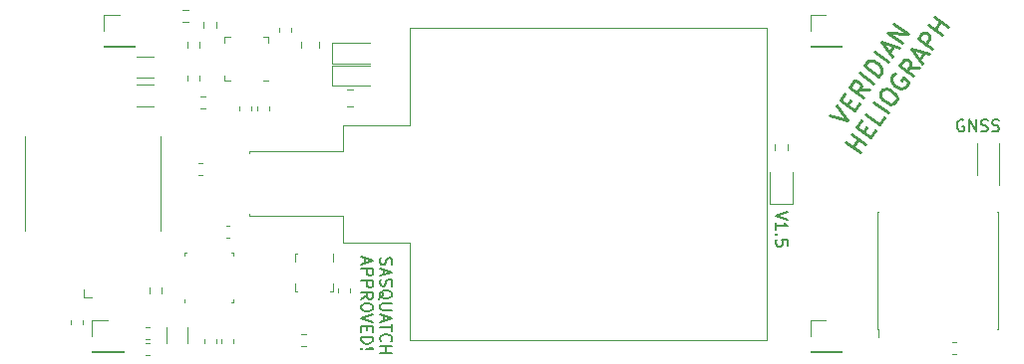
<source format=gbr>
%TF.GenerationSoftware,KiCad,Pcbnew,(6.0.2)*%
%TF.CreationDate,2022-05-15T09:33:53-06:00*%
%TF.ProjectId,SolarGPS,536f6c61-7247-4505-932e-6b696361645f,rev?*%
%TF.SameCoordinates,Original*%
%TF.FileFunction,Legend,Top*%
%TF.FilePolarity,Positive*%
%FSLAX46Y46*%
G04 Gerber Fmt 4.6, Leading zero omitted, Abs format (unit mm)*
G04 Created by KiCad (PCBNEW (6.0.2)) date 2022-05-15 09:33:53*
%MOMM*%
%LPD*%
G01*
G04 APERTURE LIST*
%ADD10C,0.150000*%
%ADD11C,0.250000*%
%ADD12C,0.180000*%
%ADD13C,0.120000*%
G04 APERTURE END LIST*
D10*
X111747619Y-67376190D02*
X110747619Y-67709523D01*
X111747619Y-68042857D01*
X110747619Y-68900000D02*
X110747619Y-68328571D01*
X110747619Y-68614285D02*
X111747619Y-68614285D01*
X111604761Y-68519047D01*
X111509523Y-68423809D01*
X111461904Y-68328571D01*
X110842857Y-69328571D02*
X110795238Y-69376190D01*
X110747619Y-69328571D01*
X110795238Y-69280952D01*
X110842857Y-69328571D01*
X110747619Y-69328571D01*
X111747619Y-70280952D02*
X111747619Y-69804761D01*
X111271428Y-69757142D01*
X111319047Y-69804761D01*
X111366666Y-69900000D01*
X111366666Y-70138095D01*
X111319047Y-70233333D01*
X111271428Y-70280952D01*
X111176190Y-70328571D01*
X110938095Y-70328571D01*
X110842857Y-70280952D01*
X110795238Y-70233333D01*
X110747619Y-70138095D01*
X110747619Y-69900000D01*
X110795238Y-69804761D01*
X110842857Y-69757142D01*
D11*
X115344783Y-59153823D02*
X116860299Y-59604612D01*
X115918359Y-58334671D01*
X116790256Y-58334793D02*
X117077044Y-57925217D01*
X117843573Y-58200351D02*
X117433876Y-58785460D01*
X116205147Y-57925095D01*
X116614845Y-57339987D01*
X118703938Y-56971623D02*
X117832041Y-56971502D01*
X118212301Y-57673754D02*
X116983573Y-56813389D01*
X117311331Y-56345302D01*
X117451781Y-56269250D01*
X117551262Y-56251709D01*
X117709253Y-56275138D01*
X117884786Y-56398047D01*
X117960838Y-56538497D01*
X117978379Y-56637978D01*
X117954950Y-56795969D01*
X117627192Y-57264056D01*
X119072665Y-56445026D02*
X117843937Y-55584661D01*
X119482363Y-55859917D02*
X118253635Y-54999552D01*
X118458483Y-54706998D01*
X118639904Y-54572435D01*
X118838865Y-54537353D01*
X118996856Y-54560782D01*
X119271869Y-54666150D01*
X119447402Y-54789059D01*
X119640476Y-55011449D01*
X119716528Y-55151899D01*
X119751610Y-55350860D01*
X119687212Y-55567363D01*
X119482363Y-55859917D01*
X120342727Y-54631189D02*
X119113999Y-53770824D01*
X120360390Y-53858773D02*
X120770087Y-53273664D01*
X120629516Y-54221613D02*
X119687576Y-52951672D01*
X121203092Y-53402461D01*
X121489880Y-52992885D02*
X120261152Y-52132520D01*
X121981517Y-52290754D01*
X120752789Y-51430390D01*
X117896247Y-62335549D02*
X116667519Y-61475184D01*
X117252628Y-61884882D02*
X117744264Y-61182751D01*
X118387884Y-61633418D02*
X117159156Y-60773054D01*
X118153962Y-60597643D02*
X118440750Y-60188067D01*
X119207279Y-60463201D02*
X118797581Y-61048310D01*
X117568853Y-60187945D01*
X117978551Y-59602837D01*
X119985704Y-59351495D02*
X119576007Y-59936604D01*
X118347278Y-59076239D01*
X120272492Y-58941919D02*
X119043764Y-58081554D01*
X119617341Y-57262402D02*
X119781220Y-57028359D01*
X119921670Y-56952307D01*
X120120631Y-56917225D01*
X120395644Y-57022593D01*
X120805220Y-57309381D01*
X120998294Y-57531771D01*
X121033376Y-57730732D01*
X121009948Y-57888723D01*
X120846069Y-58122767D01*
X120705618Y-58198819D01*
X120506657Y-58233901D01*
X120231644Y-58128533D01*
X119822068Y-57841745D01*
X119628994Y-57619355D01*
X119593912Y-57420394D01*
X119617341Y-57262402D01*
X120863974Y-55606557D02*
X120723524Y-55682609D01*
X120600614Y-55858142D01*
X120536216Y-56074644D01*
X120571298Y-56273605D01*
X120647350Y-56414055D01*
X120840424Y-56636445D01*
X121015957Y-56759355D01*
X121290970Y-56864723D01*
X121448961Y-56888151D01*
X121647922Y-56853069D01*
X121829343Y-56718506D01*
X121911282Y-56601484D01*
X121975680Y-56384982D01*
X121958139Y-56285502D01*
X121548563Y-55998713D01*
X121384684Y-56232757D01*
X122935526Y-55138713D02*
X122063629Y-55138592D01*
X122443889Y-55840843D02*
X121215161Y-54980479D01*
X121542919Y-54512392D01*
X121683369Y-54436340D01*
X121782850Y-54418799D01*
X121940841Y-54442227D01*
X122116374Y-54565137D01*
X122192426Y-54705587D01*
X122209967Y-54805068D01*
X122186538Y-54963059D01*
X121858780Y-55431146D01*
X122912218Y-54424808D02*
X123321916Y-53839699D01*
X123181344Y-54787648D02*
X122239404Y-53517707D01*
X123754921Y-53968496D01*
X124041709Y-53558920D02*
X122812981Y-52698555D01*
X123140739Y-52230468D01*
X123281189Y-52154416D01*
X123380670Y-52136875D01*
X123538661Y-52160304D01*
X123714194Y-52283213D01*
X123790246Y-52423663D01*
X123807787Y-52523144D01*
X123784358Y-52681135D01*
X123456600Y-53149222D01*
X124902073Y-52330192D02*
X123673345Y-51469827D01*
X124258454Y-51879524D02*
X124750091Y-51177394D01*
X125393710Y-51628061D02*
X124164982Y-50767697D01*
D10*
X77200238Y-71337976D02*
X77152619Y-71480833D01*
X77152619Y-71718928D01*
X77200238Y-71814166D01*
X77247857Y-71861785D01*
X77343095Y-71909404D01*
X77438333Y-71909404D01*
X77533571Y-71861785D01*
X77581190Y-71814166D01*
X77628809Y-71718928D01*
X77676428Y-71528452D01*
X77724047Y-71433214D01*
X77771666Y-71385595D01*
X77866904Y-71337976D01*
X77962142Y-71337976D01*
X78057380Y-71385595D01*
X78105000Y-71433214D01*
X78152619Y-71528452D01*
X78152619Y-71766547D01*
X78105000Y-71909404D01*
X77438333Y-72290357D02*
X77438333Y-72766547D01*
X77152619Y-72195119D02*
X78152619Y-72528452D01*
X77152619Y-72861785D01*
X77200238Y-73147500D02*
X77152619Y-73290357D01*
X77152619Y-73528452D01*
X77200238Y-73623690D01*
X77247857Y-73671309D01*
X77343095Y-73718928D01*
X77438333Y-73718928D01*
X77533571Y-73671309D01*
X77581190Y-73623690D01*
X77628809Y-73528452D01*
X77676428Y-73337976D01*
X77724047Y-73242738D01*
X77771666Y-73195119D01*
X77866904Y-73147500D01*
X77962142Y-73147500D01*
X78057380Y-73195119D01*
X78105000Y-73242738D01*
X78152619Y-73337976D01*
X78152619Y-73576071D01*
X78105000Y-73718928D01*
X77057380Y-74814166D02*
X77105000Y-74718928D01*
X77200238Y-74623690D01*
X77343095Y-74480833D01*
X77390714Y-74385595D01*
X77390714Y-74290357D01*
X77152619Y-74337976D02*
X77200238Y-74242738D01*
X77295476Y-74147500D01*
X77485952Y-74099880D01*
X77819285Y-74099880D01*
X78009761Y-74147500D01*
X78105000Y-74242738D01*
X78152619Y-74337976D01*
X78152619Y-74528452D01*
X78105000Y-74623690D01*
X78009761Y-74718928D01*
X77819285Y-74766547D01*
X77485952Y-74766547D01*
X77295476Y-74718928D01*
X77200238Y-74623690D01*
X77152619Y-74528452D01*
X77152619Y-74337976D01*
X78152619Y-75195119D02*
X77343095Y-75195119D01*
X77247857Y-75242738D01*
X77200238Y-75290357D01*
X77152619Y-75385595D01*
X77152619Y-75576071D01*
X77200238Y-75671309D01*
X77247857Y-75718928D01*
X77343095Y-75766547D01*
X78152619Y-75766547D01*
X77438333Y-76195119D02*
X77438333Y-76671309D01*
X77152619Y-76099880D02*
X78152619Y-76433214D01*
X77152619Y-76766547D01*
X78152619Y-76957023D02*
X78152619Y-77528452D01*
X77152619Y-77242738D02*
X78152619Y-77242738D01*
X77247857Y-78433214D02*
X77200238Y-78385595D01*
X77152619Y-78242738D01*
X77152619Y-78147500D01*
X77200238Y-78004642D01*
X77295476Y-77909404D01*
X77390714Y-77861785D01*
X77581190Y-77814166D01*
X77724047Y-77814166D01*
X77914523Y-77861785D01*
X78009761Y-77909404D01*
X78105000Y-78004642D01*
X78152619Y-78147500D01*
X78152619Y-78242738D01*
X78105000Y-78385595D01*
X78057380Y-78433214D01*
X77152619Y-78861785D02*
X78152619Y-78861785D01*
X77676428Y-78861785D02*
X77676428Y-79433214D01*
X77152619Y-79433214D02*
X78152619Y-79433214D01*
X75828333Y-71337976D02*
X75828333Y-71814166D01*
X75542619Y-71242738D02*
X76542619Y-71576071D01*
X75542619Y-71909404D01*
X75542619Y-72242738D02*
X76542619Y-72242738D01*
X76542619Y-72623690D01*
X76495000Y-72718928D01*
X76447380Y-72766547D01*
X76352142Y-72814166D01*
X76209285Y-72814166D01*
X76114047Y-72766547D01*
X76066428Y-72718928D01*
X76018809Y-72623690D01*
X76018809Y-72242738D01*
X75542619Y-73242738D02*
X76542619Y-73242738D01*
X76542619Y-73623690D01*
X76495000Y-73718928D01*
X76447380Y-73766547D01*
X76352142Y-73814166D01*
X76209285Y-73814166D01*
X76114047Y-73766547D01*
X76066428Y-73718928D01*
X76018809Y-73623690D01*
X76018809Y-73242738D01*
X75542619Y-74814166D02*
X76018809Y-74480833D01*
X75542619Y-74242738D02*
X76542619Y-74242738D01*
X76542619Y-74623690D01*
X76495000Y-74718928D01*
X76447380Y-74766547D01*
X76352142Y-74814166D01*
X76209285Y-74814166D01*
X76114047Y-74766547D01*
X76066428Y-74718928D01*
X76018809Y-74623690D01*
X76018809Y-74242738D01*
X76542619Y-75433214D02*
X76542619Y-75623690D01*
X76495000Y-75718928D01*
X76399761Y-75814166D01*
X76209285Y-75861785D01*
X75875952Y-75861785D01*
X75685476Y-75814166D01*
X75590238Y-75718928D01*
X75542619Y-75623690D01*
X75542619Y-75433214D01*
X75590238Y-75337976D01*
X75685476Y-75242738D01*
X75875952Y-75195119D01*
X76209285Y-75195119D01*
X76399761Y-75242738D01*
X76495000Y-75337976D01*
X76542619Y-75433214D01*
X76542619Y-76147500D02*
X75542619Y-76480833D01*
X76542619Y-76814166D01*
X76066428Y-77147500D02*
X76066428Y-77480833D01*
X75542619Y-77623690D02*
X75542619Y-77147500D01*
X76542619Y-77147500D01*
X76542619Y-77623690D01*
X75542619Y-78052261D02*
X76542619Y-78052261D01*
X76542619Y-78290357D01*
X76495000Y-78433214D01*
X76399761Y-78528452D01*
X76304523Y-78576071D01*
X76114047Y-78623690D01*
X75971190Y-78623690D01*
X75780714Y-78576071D01*
X75685476Y-78528452D01*
X75590238Y-78433214D01*
X75542619Y-78290357D01*
X75542619Y-78052261D01*
X75637857Y-79052261D02*
X75590238Y-79099880D01*
X75542619Y-79052261D01*
X75590238Y-79004642D01*
X75637857Y-79052261D01*
X75542619Y-79052261D01*
X75923571Y-79052261D02*
X76495000Y-79004642D01*
X76542619Y-79052261D01*
X76495000Y-79099880D01*
X75923571Y-79052261D01*
X76542619Y-79052261D01*
D12*
X126685714Y-59600000D02*
X126590476Y-59552380D01*
X126447619Y-59552380D01*
X126304761Y-59600000D01*
X126209523Y-59695238D01*
X126161904Y-59790476D01*
X126114285Y-59980952D01*
X126114285Y-60123809D01*
X126161904Y-60314285D01*
X126209523Y-60409523D01*
X126304761Y-60504761D01*
X126447619Y-60552380D01*
X126542857Y-60552380D01*
X126685714Y-60504761D01*
X126733333Y-60457142D01*
X126733333Y-60123809D01*
X126542857Y-60123809D01*
X127161904Y-60552380D02*
X127161904Y-59552380D01*
X127733333Y-60552380D01*
X127733333Y-59552380D01*
X128161904Y-60504761D02*
X128304761Y-60552380D01*
X128542857Y-60552380D01*
X128638095Y-60504761D01*
X128685714Y-60457142D01*
X128733333Y-60361904D01*
X128733333Y-60266666D01*
X128685714Y-60171428D01*
X128638095Y-60123809D01*
X128542857Y-60076190D01*
X128352380Y-60028571D01*
X128257142Y-59980952D01*
X128209523Y-59933333D01*
X128161904Y-59838095D01*
X128161904Y-59742857D01*
X128209523Y-59647619D01*
X128257142Y-59600000D01*
X128352380Y-59552380D01*
X128590476Y-59552380D01*
X128733333Y-59600000D01*
X129114285Y-60504761D02*
X129257142Y-60552380D01*
X129495238Y-60552380D01*
X129590476Y-60504761D01*
X129638095Y-60457142D01*
X129685714Y-60361904D01*
X129685714Y-60266666D01*
X129638095Y-60171428D01*
X129590476Y-60123809D01*
X129495238Y-60076190D01*
X129304761Y-60028571D01*
X129209523Y-59980952D01*
X129161904Y-59933333D01*
X129114285Y-59838095D01*
X129114285Y-59742857D01*
X129161904Y-59647619D01*
X129209523Y-59600000D01*
X129304761Y-59552380D01*
X129542857Y-59552380D01*
X129685714Y-59600000D01*
D13*
%TO.C,D2*%
X112160000Y-66685000D02*
X112160000Y-64000000D01*
X110240000Y-66685000D02*
X112160000Y-66685000D01*
X110240000Y-64000000D02*
X110240000Y-66685000D01*
%TO.C,C5*%
X125759420Y-79510000D02*
X126040580Y-79510000D01*
X125759420Y-78490000D02*
X126040580Y-78490000D01*
%TO.C,J7*%
X47000000Y-69000000D02*
X47000000Y-61000000D01*
X58500000Y-61000000D02*
X58500000Y-69000000D01*
%TO.C,C26*%
X74610000Y-74240580D02*
X74610000Y-73959420D01*
X73590000Y-74240580D02*
X73590000Y-73959420D01*
%TO.C,U6*%
X73110000Y-74210000D02*
X72935000Y-74210000D01*
X69890000Y-70990000D02*
X70065000Y-70990000D01*
X73110000Y-71665000D02*
X73110000Y-70990000D01*
X69890000Y-74210000D02*
X70065000Y-74210000D01*
X69890000Y-73535000D02*
X69890000Y-74210000D01*
X69890000Y-71665000D02*
X69890000Y-70990000D01*
X73110000Y-73535000D02*
X73110000Y-74210000D01*
%TO.C,U2*%
X119340000Y-77360000D02*
X119490000Y-77360000D01*
X129510000Y-67440000D02*
X129660000Y-67440000D01*
X119340000Y-67440000D02*
X119490000Y-67440000D01*
X129660000Y-77360000D02*
X129660000Y-67440000D01*
X129510000Y-77360000D02*
X129660000Y-77360000D01*
X119340000Y-77360000D02*
X119340000Y-67440000D01*
X119490000Y-78050000D02*
X119490000Y-77360000D01*
%TO.C,AE1*%
X127825000Y-61550000D02*
X127825000Y-64275000D01*
X129675000Y-61550000D02*
X129675000Y-65100000D01*
%TO.C,C4*%
X74338748Y-56965000D02*
X74861252Y-56965000D01*
X74338748Y-58435000D02*
X74861252Y-58435000D01*
%TO.C,J6*%
X52630000Y-74670000D02*
X51995000Y-74670000D01*
X51995000Y-74670000D02*
X51995000Y-74035000D01*
%TO.C,C13*%
X57540580Y-79560000D02*
X57259420Y-79560000D01*
X57540580Y-78540000D02*
X57259420Y-78540000D01*
%TO.C,J1*%
X79630000Y-51700000D02*
X110000000Y-51700000D01*
X74000000Y-67750000D02*
X66000000Y-67750000D01*
X66000000Y-62250000D02*
X74000000Y-62250000D01*
X66000000Y-62250000D02*
X66000000Y-62400000D01*
X79630000Y-60000000D02*
X79630000Y-51700000D01*
X66000000Y-67750000D02*
X66000000Y-67600000D01*
X79630000Y-70000000D02*
X74000000Y-70000000D01*
X74000000Y-60000000D02*
X79630000Y-60000000D01*
X74000000Y-62250000D02*
X74000000Y-60000000D01*
X79630000Y-78300000D02*
X79630000Y-70000000D01*
X110000000Y-51700000D02*
X110000000Y-78300000D01*
X74000000Y-70000000D02*
X74000000Y-67750000D01*
X110000000Y-78300000D02*
X79630000Y-78300000D01*
%TO.C,ROK2*%
X60777500Y-55762742D02*
X60777500Y-56237258D01*
X61822500Y-55762742D02*
X61822500Y-56237258D01*
%TO.C,C6*%
X69610000Y-52040580D02*
X69610000Y-51759420D01*
X68590000Y-52040580D02*
X68590000Y-51759420D01*
%TO.C,ROV1*%
X60837258Y-50177500D02*
X60362742Y-50177500D01*
X60837258Y-51222500D02*
X60362742Y-51222500D01*
%TO.C,ROK3*%
X61822500Y-52962742D02*
X61822500Y-53437258D01*
X60777500Y-52962742D02*
X60777500Y-53437258D01*
%TO.C,C14*%
X64059420Y-68590000D02*
X64340580Y-68590000D01*
X64059420Y-69610000D02*
X64340580Y-69610000D01*
%TO.C,C2*%
X62190000Y-78259420D02*
X62190000Y-78540580D01*
X63210000Y-78259420D02*
X63210000Y-78540580D01*
%TO.C,ROV2*%
X62177500Y-51737258D02*
X62177500Y-51262742D01*
X63222500Y-51737258D02*
X63222500Y-51262742D01*
%TO.C,C9*%
X65190000Y-58740580D02*
X65190000Y-58459420D01*
X66210000Y-58740580D02*
X66210000Y-58459420D01*
%TO.C,C7*%
X67710000Y-58740580D02*
X67710000Y-58459420D01*
X66690000Y-58740580D02*
X66690000Y-58459420D01*
%TO.C,R3*%
X70412742Y-78822500D02*
X70887258Y-78822500D01*
X70412742Y-77777500D02*
X70887258Y-77777500D01*
%TO.C,C12*%
X56488748Y-56590000D02*
X57911252Y-56590000D01*
X56488748Y-58410000D02*
X57911252Y-58410000D01*
%TO.C,C19*%
X63690000Y-78259420D02*
X63690000Y-78540580D01*
X64710000Y-78259420D02*
X64710000Y-78540580D01*
%TO.C,C3*%
X61759420Y-63290000D02*
X62040580Y-63290000D01*
X61759420Y-64310000D02*
X62040580Y-64310000D01*
%TO.C,D3*%
X73100000Y-54950000D02*
X76250000Y-54950000D01*
X73100000Y-54950000D02*
X73100000Y-56650000D01*
X73100000Y-56650000D02*
X76250000Y-56650000D01*
%TO.C,U3*%
X64710000Y-71115000D02*
X64710000Y-70890000D01*
X64710000Y-75110000D02*
X64485000Y-75110000D01*
X60490000Y-71115000D02*
X60490000Y-70890000D01*
X64710000Y-70890000D02*
X64485000Y-70890000D01*
X64710000Y-74885000D02*
X64710000Y-75110000D01*
X60490000Y-74885000D02*
X60490000Y-75110000D01*
X60490000Y-70890000D02*
X60715000Y-70890000D01*
%TO.C,C16*%
X51910000Y-76659420D02*
X51910000Y-76940580D01*
X50890000Y-76659420D02*
X50890000Y-76940580D01*
%TO.C,D1*%
X73100000Y-53050000D02*
X76250000Y-53050000D01*
X73100000Y-53050000D02*
X73100000Y-54750000D01*
X73100000Y-54750000D02*
X76250000Y-54750000D01*
%TO.C,C15*%
X57540580Y-77190000D02*
X57259420Y-77190000D01*
X57540580Y-78210000D02*
X57259420Y-78210000D01*
%TO.C,U1*%
X63940000Y-56260000D02*
X63940000Y-55785000D01*
X64415000Y-52540000D02*
X63940000Y-52540000D01*
X67185000Y-56260000D02*
X67660000Y-56260000D01*
X67185000Y-52540000D02*
X67660000Y-52540000D01*
X64415000Y-56260000D02*
X63940000Y-56260000D01*
X67660000Y-52540000D02*
X67660000Y-53015000D01*
X63940000Y-52540000D02*
X63940000Y-53015000D01*
%TO.C,ROK1*%
X61862742Y-58622500D02*
X62337258Y-58622500D01*
X61862742Y-57577500D02*
X62337258Y-57577500D01*
%TO.C,C10*%
X56488748Y-56010000D02*
X57911252Y-56010000D01*
X56488748Y-54190000D02*
X57911252Y-54190000D01*
%TO.C,J4*%
X53670000Y-53270000D02*
X56330000Y-53270000D01*
X53670000Y-53330000D02*
X56330000Y-53330000D01*
X53670000Y-53270000D02*
X53670000Y-53330000D01*
X53670000Y-50670000D02*
X55000000Y-50670000D01*
X56330000Y-53270000D02*
X56330000Y-53330000D01*
X53670000Y-52000000D02*
X53670000Y-50670000D01*
%TO.C,Y1*%
X59025000Y-78575000D02*
X59025000Y-77225000D01*
X60775000Y-78575000D02*
X60775000Y-77225000D01*
%TO.C,R2*%
X111722500Y-62137258D02*
X111722500Y-61662742D01*
X110677500Y-62137258D02*
X110677500Y-61662742D01*
%TO.C,J5*%
X52670000Y-76670000D02*
X54000000Y-76670000D01*
X52670000Y-79330000D02*
X55330000Y-79330000D01*
X52670000Y-78000000D02*
X52670000Y-76670000D01*
X55330000Y-79270000D02*
X55330000Y-79330000D01*
X52670000Y-79270000D02*
X52670000Y-79330000D01*
X52670000Y-79270000D02*
X55330000Y-79270000D01*
%TO.C,R1*%
X58622500Y-73862742D02*
X58622500Y-74337258D01*
X57577500Y-73862742D02*
X57577500Y-74337258D01*
%TO.C,J3*%
X113670000Y-79270000D02*
X113670000Y-79330000D01*
X113670000Y-79330000D02*
X116330000Y-79330000D01*
X113670000Y-79270000D02*
X116330000Y-79270000D01*
X116330000Y-79270000D02*
X116330000Y-79330000D01*
X113670000Y-78000000D02*
X113670000Y-76670000D01*
X113670000Y-76670000D02*
X115000000Y-76670000D01*
%TO.C,C11*%
X70465000Y-52938748D02*
X70465000Y-53461252D01*
X71935000Y-52938748D02*
X71935000Y-53461252D01*
%TO.C,J2*%
X113670000Y-52000000D02*
X113670000Y-50670000D01*
X113670000Y-50670000D02*
X115000000Y-50670000D01*
X113670000Y-53270000D02*
X116330000Y-53270000D01*
X113670000Y-53270000D02*
X113670000Y-53330000D01*
X116330000Y-53270000D02*
X116330000Y-53330000D01*
X113670000Y-53330000D02*
X116330000Y-53330000D01*
%TD*%
M02*

</source>
